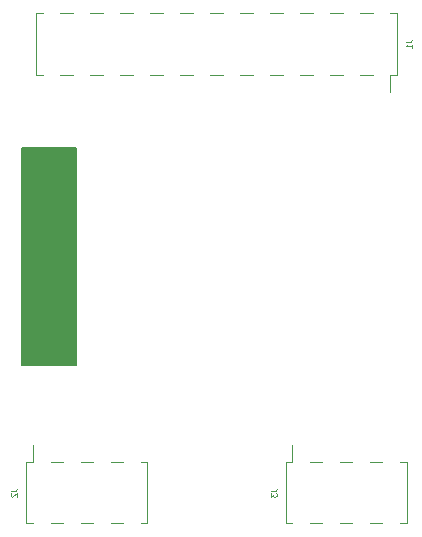
<source format=gbr>
%TF.GenerationSoftware,KiCad,Pcbnew,8.0.3-8.0.3-0~ubuntu22.04.1*%
%TF.CreationDate,2024-07-15T21:37:16+02:00*%
%TF.ProjectId,MT2AO8,4d543241-4f38-42e6-9b69-6361645f7063,rev?*%
%TF.SameCoordinates,Original*%
%TF.FileFunction,Legend,Bot*%
%TF.FilePolarity,Positive*%
%FSLAX46Y46*%
G04 Gerber Fmt 4.6, Leading zero omitted, Abs format (unit mm)*
G04 Created by KiCad (PCBNEW 8.0.3-8.0.3-0~ubuntu22.04.1) date 2024-07-15 21:37:16*
%MOMM*%
%LPD*%
G01*
G04 APERTURE LIST*
%ADD10C,0.200000*%
%ADD11C,0.125000*%
%ADD12C,0.120000*%
G04 APERTURE END LIST*
D10*
X134500000Y-86300000D02*
X139100000Y-86300000D01*
X139100000Y-104700000D01*
X134500000Y-104700000D01*
X134500000Y-86300000D01*
G36*
X134500000Y-86300000D02*
G01*
X139100000Y-86300000D01*
X139100000Y-104700000D01*
X134500000Y-104700000D01*
X134500000Y-86300000D01*
G37*
D11*
X155584809Y-115333333D02*
X155941952Y-115333333D01*
X155941952Y-115333333D02*
X156013380Y-115309524D01*
X156013380Y-115309524D02*
X156061000Y-115261905D01*
X156061000Y-115261905D02*
X156084809Y-115190476D01*
X156084809Y-115190476D02*
X156084809Y-115142857D01*
X155584809Y-115523809D02*
X155584809Y-115833333D01*
X155584809Y-115833333D02*
X155775285Y-115666666D01*
X155775285Y-115666666D02*
X155775285Y-115738095D01*
X155775285Y-115738095D02*
X155799095Y-115785714D01*
X155799095Y-115785714D02*
X155822904Y-115809523D01*
X155822904Y-115809523D02*
X155870523Y-115833333D01*
X155870523Y-115833333D02*
X155989571Y-115833333D01*
X155989571Y-115833333D02*
X156037190Y-115809523D01*
X156037190Y-115809523D02*
X156061000Y-115785714D01*
X156061000Y-115785714D02*
X156084809Y-115738095D01*
X156084809Y-115738095D02*
X156084809Y-115595238D01*
X156084809Y-115595238D02*
X156061000Y-115547619D01*
X156061000Y-115547619D02*
X156037190Y-115523809D01*
X167024809Y-77333333D02*
X167381952Y-77333333D01*
X167381952Y-77333333D02*
X167453380Y-77309524D01*
X167453380Y-77309524D02*
X167501000Y-77261905D01*
X167501000Y-77261905D02*
X167524809Y-77190476D01*
X167524809Y-77190476D02*
X167524809Y-77142857D01*
X167524809Y-77833333D02*
X167524809Y-77547619D01*
X167524809Y-77690476D02*
X167024809Y-77690476D01*
X167024809Y-77690476D02*
X167096238Y-77642857D01*
X167096238Y-77642857D02*
X167143857Y-77595238D01*
X167143857Y-77595238D02*
X167167666Y-77547619D01*
X133584809Y-115333333D02*
X133941952Y-115333333D01*
X133941952Y-115333333D02*
X134013380Y-115309524D01*
X134013380Y-115309524D02*
X134061000Y-115261905D01*
X134061000Y-115261905D02*
X134084809Y-115190476D01*
X134084809Y-115190476D02*
X134084809Y-115142857D01*
X133632428Y-115547619D02*
X133608619Y-115571428D01*
X133608619Y-115571428D02*
X133584809Y-115619047D01*
X133584809Y-115619047D02*
X133584809Y-115738095D01*
X133584809Y-115738095D02*
X133608619Y-115785714D01*
X133608619Y-115785714D02*
X133632428Y-115809523D01*
X133632428Y-115809523D02*
X133680047Y-115833333D01*
X133680047Y-115833333D02*
X133727666Y-115833333D01*
X133727666Y-115833333D02*
X133799095Y-115809523D01*
X133799095Y-115809523D02*
X134084809Y-115523809D01*
X134084809Y-115523809D02*
X134084809Y-115833333D01*
D12*
%TO.C,J3*%
X156860000Y-118100000D02*
X156860000Y-112900000D01*
X157430000Y-112900000D02*
X156860000Y-112900000D01*
X157430000Y-112900000D02*
X157430000Y-111460000D01*
X157430000Y-118100000D02*
X156860000Y-118100000D01*
X159970000Y-112900000D02*
X158950000Y-112900000D01*
X159970000Y-118100000D02*
X158950000Y-118100000D01*
X162510000Y-112900000D02*
X161490000Y-112900000D01*
X162510000Y-118100000D02*
X161490000Y-118100000D01*
X165050000Y-112900000D02*
X164030000Y-112900000D01*
X165050000Y-118100000D02*
X164030000Y-118100000D01*
X167140000Y-112900000D02*
X166570000Y-112900000D01*
X167140000Y-118100000D02*
X166570000Y-118100000D01*
X167140000Y-118100000D02*
X167140000Y-112900000D01*
%TO.C,J1*%
X135700000Y-74900000D02*
X135700000Y-80100000D01*
X135700000Y-74900000D02*
X136270000Y-74900000D01*
X135700000Y-80100000D02*
X136270000Y-80100000D01*
X137790000Y-74900000D02*
X138810000Y-74900000D01*
X137790000Y-80100000D02*
X138810000Y-80100000D01*
X140330000Y-74900000D02*
X141350000Y-74900000D01*
X140330000Y-80100000D02*
X141350000Y-80100000D01*
X142870000Y-74900000D02*
X143890000Y-74900000D01*
X142870000Y-80100000D02*
X143890000Y-80100000D01*
X145410000Y-74900000D02*
X146430000Y-74900000D01*
X145410000Y-80100000D02*
X146430000Y-80100000D01*
X147950000Y-74900000D02*
X148970000Y-74900000D01*
X147950000Y-80100000D02*
X148970000Y-80100000D01*
X150490000Y-74900000D02*
X151510000Y-74900000D01*
X150490000Y-80100000D02*
X151510000Y-80100000D01*
X153030000Y-74900000D02*
X154050000Y-74900000D01*
X153030000Y-80100000D02*
X154050000Y-80100000D01*
X155570000Y-74900000D02*
X156590000Y-74900000D01*
X155570000Y-80100000D02*
X156590000Y-80100000D01*
X158110000Y-74900000D02*
X159130000Y-74900000D01*
X158110000Y-80100000D02*
X159130000Y-80100000D01*
X160650000Y-74900000D02*
X161670000Y-74900000D01*
X160650000Y-80100000D02*
X161670000Y-80100000D01*
X163190000Y-74900000D02*
X164210000Y-74900000D01*
X163190000Y-80100000D02*
X164210000Y-80100000D01*
X165730000Y-74900000D02*
X166300000Y-74900000D01*
X165730000Y-80100000D02*
X165730000Y-81540000D01*
X165730000Y-80100000D02*
X166300000Y-80100000D01*
X166300000Y-74900000D02*
X166300000Y-80100000D01*
%TO.C,J2*%
X134860000Y-118100000D02*
X134860000Y-112900000D01*
X135430000Y-112900000D02*
X134860000Y-112900000D01*
X135430000Y-112900000D02*
X135430000Y-111460000D01*
X135430000Y-118100000D02*
X134860000Y-118100000D01*
X137970000Y-112900000D02*
X136950000Y-112900000D01*
X137970000Y-118100000D02*
X136950000Y-118100000D01*
X140510000Y-112900000D02*
X139490000Y-112900000D01*
X140510000Y-118100000D02*
X139490000Y-118100000D01*
X143050000Y-112900000D02*
X142030000Y-112900000D01*
X143050000Y-118100000D02*
X142030000Y-118100000D01*
X145140000Y-112900000D02*
X144570000Y-112900000D01*
X145140000Y-118100000D02*
X144570000Y-118100000D01*
X145140000Y-118100000D02*
X145140000Y-112900000D01*
%TD*%
M02*

</source>
